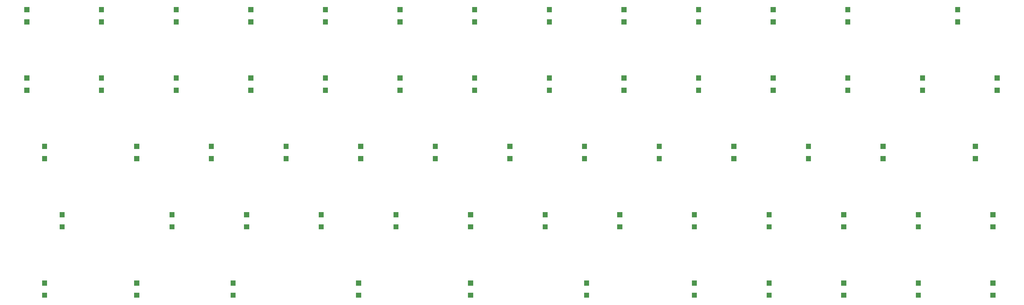
<source format=gbp>
G04 Layer: BottomPasteMaskLayer*
G04 EasyEDA v6.5.1, 2022-07-13 07:01:50*
G04 5ba7d446201f4704a459628eea357821,d603b60474844c32a05bd641800ef4e1,10*
G04 Gerber Generator version 0.2*
G04 Scale: 100 percent, Rotated: No, Reflected: No *
G04 Dimensions in millimeters *
G04 leading zeros omitted , absolute positions ,4 integer and 5 decimal *
%FSLAX45Y45*%
%MOMM*%

%ADD10C,0.0001*%

%LPD*%
G36*
X20639006Y8569426D02*
G01*
X20639006Y8444428D01*
X20761007Y8444428D01*
X20761007Y8569426D01*
G37*
G36*
X20639006Y8275426D02*
G01*
X20639006Y8150428D01*
X20761007Y8150428D01*
X20761007Y8275426D01*
G37*
G36*
X4438886Y8569426D02*
G01*
X4438886Y8444428D01*
X4560887Y8444428D01*
X4560887Y8569426D01*
G37*
G36*
X4438886Y8275426D02*
G01*
X4438886Y8150428D01*
X4560887Y8150428D01*
X4560887Y8275426D01*
G37*
G36*
X6238984Y8569426D02*
G01*
X6238984Y8444428D01*
X6360985Y8444428D01*
X6360985Y8569426D01*
G37*
G36*
X6238984Y8275426D02*
G01*
X6238984Y8150428D01*
X6360985Y8150428D01*
X6360985Y8275426D01*
G37*
G36*
X8039082Y8569426D02*
G01*
X8039082Y8444428D01*
X8161083Y8444428D01*
X8161083Y8569426D01*
G37*
G36*
X8039082Y8275426D02*
G01*
X8039082Y8150428D01*
X8161083Y8150428D01*
X8161083Y8275426D01*
G37*
G36*
X9838926Y8569426D02*
G01*
X9838926Y8444428D01*
X9960927Y8444428D01*
X9960927Y8569426D01*
G37*
G36*
X9838926Y8275426D02*
G01*
X9838926Y8150428D01*
X9960927Y8150428D01*
X9960927Y8275426D01*
G37*
G36*
X11639024Y8569426D02*
G01*
X11639024Y8444428D01*
X11761025Y8444428D01*
X11761025Y8569426D01*
G37*
G36*
X11639024Y8275426D02*
G01*
X11639024Y8150428D01*
X11761025Y8150428D01*
X11761025Y8275426D01*
G37*
G36*
X13439122Y8569426D02*
G01*
X13439122Y8444428D01*
X13561123Y8444428D01*
X13561123Y8569426D01*
G37*
G36*
X13439122Y8275426D02*
G01*
X13439122Y8150428D01*
X13561123Y8150428D01*
X13561123Y8275426D01*
G37*
G36*
X15238966Y8569426D02*
G01*
X15238966Y8444428D01*
X15360967Y8444428D01*
X15360967Y8569426D01*
G37*
G36*
X15238966Y8275426D02*
G01*
X15238966Y8150428D01*
X15360967Y8150428D01*
X15360967Y8275426D01*
G37*
G36*
X17039064Y8569426D02*
G01*
X17039064Y8444428D01*
X17161065Y8444428D01*
X17161065Y8569426D01*
G37*
G36*
X17039064Y8275426D02*
G01*
X17039064Y8150428D01*
X17161065Y8150428D01*
X17161065Y8275426D01*
G37*
G36*
X18838908Y8569426D02*
G01*
X18838908Y8444428D01*
X18960909Y8444428D01*
X18960909Y8569426D01*
G37*
G36*
X18838908Y8275426D02*
G01*
X18838908Y8150428D01*
X18960909Y8150428D01*
X18960909Y8275426D01*
G37*
G36*
X23288988Y5269458D02*
G01*
X23288988Y5144460D01*
X23410989Y5144460D01*
X23410989Y5269458D01*
G37*
G36*
X23288988Y4975458D02*
G01*
X23288988Y4850460D01*
X23410989Y4850460D01*
X23410989Y4975458D01*
G37*
G36*
X18739086Y3619474D02*
G01*
X18739086Y3494476D01*
X18861087Y3494476D01*
X18861087Y3619474D01*
G37*
G36*
X18739086Y3325474D02*
G01*
X18739086Y3200476D01*
X18861087Y3200476D01*
X18861087Y3325474D01*
G37*
G36*
X22439104Y8569426D02*
G01*
X22439104Y8444428D01*
X22561105Y8444428D01*
X22561105Y8569426D01*
G37*
G36*
X22439104Y8275426D02*
G01*
X22439104Y8150428D01*
X22561105Y8150428D01*
X22561105Y8275426D01*
G37*
G36*
X20538930Y3619474D02*
G01*
X20538930Y3494476D01*
X20660931Y3494476D01*
X20660931Y3619474D01*
G37*
G36*
X20538930Y3325474D02*
G01*
X20538930Y3200476D01*
X20660931Y3200476D01*
X20660931Y3325474D01*
G37*
G36*
X22339028Y3619474D02*
G01*
X22339028Y3494476D01*
X22461029Y3494476D01*
X22461029Y3619474D01*
G37*
G36*
X22339028Y3325474D02*
G01*
X22339028Y3200476D01*
X22461029Y3200476D01*
X22461029Y3325474D01*
G37*
G36*
X21488890Y5269458D02*
G01*
X21488890Y5144460D01*
X21610891Y5144460D01*
X21610891Y5269458D01*
G37*
G36*
X21488890Y4975458D02*
G01*
X21488890Y4850460D01*
X21610891Y4850460D01*
X21610891Y4975458D01*
G37*
G36*
X5289024Y5269458D02*
G01*
X5289024Y5144460D01*
X5411025Y5144460D01*
X5411025Y5269458D01*
G37*
G36*
X5289024Y4975458D02*
G01*
X5289024Y4850460D01*
X5411025Y4850460D01*
X5411025Y4975458D01*
G37*
G36*
X7613886Y1969490D02*
G01*
X7613886Y1844492D01*
X7735887Y1844492D01*
X7735887Y1969490D01*
G37*
G36*
X7613886Y1675490D02*
G01*
X7613886Y1550492D01*
X7735887Y1550492D01*
X7735887Y1675490D01*
G37*
G36*
X18739086Y1969490D02*
G01*
X18739086Y1844492D01*
X18861087Y1844492D01*
X18861087Y1969490D01*
G37*
G36*
X18739086Y1675490D02*
G01*
X18739086Y1550492D01*
X18861087Y1550492D01*
X18861087Y1675490D01*
G37*
G36*
X13339046Y3619474D02*
G01*
X13339046Y3494476D01*
X13461047Y3494476D01*
X13461047Y3619474D01*
G37*
G36*
X13339046Y3325474D02*
G01*
X13339046Y3200476D01*
X13461047Y3200476D01*
X13461047Y3325474D01*
G37*
G36*
X25089086Y8569426D02*
G01*
X25089086Y8444428D01*
X25211087Y8444428D01*
X25211087Y8569426D01*
G37*
G36*
X25089086Y8275426D02*
G01*
X25089086Y8150428D01*
X25211087Y8150428D01*
X25211087Y8275426D01*
G37*
G36*
X9739104Y3619474D02*
G01*
X9739104Y3494476D01*
X9861105Y3494476D01*
X9861105Y3619474D01*
G37*
G36*
X9739104Y3325474D02*
G01*
X9739104Y3200476D01*
X9861105Y3200476D01*
X9861105Y3325474D01*
G37*
G36*
X3063984Y5269458D02*
G01*
X3063984Y5144460D01*
X3185985Y5144460D01*
X3185985Y5269458D01*
G37*
G36*
X3063984Y4975458D02*
G01*
X3063984Y4850460D01*
X3185985Y4850460D01*
X3185985Y4975458D01*
G37*
G36*
X3063984Y1969490D02*
G01*
X3063984Y1844492D01*
X3185985Y1844492D01*
X3185985Y1969490D01*
G37*
G36*
X3063984Y1675490D02*
G01*
X3063984Y1550492D01*
X3185985Y1550492D01*
X3185985Y1675490D01*
G37*
G36*
X20538930Y1969490D02*
G01*
X20538930Y1844492D01*
X20660931Y1844492D01*
X20660931Y1969490D01*
G37*
G36*
X20538930Y1675490D02*
G01*
X20538930Y1550492D01*
X20660931Y1550492D01*
X20660931Y1675490D01*
G37*
G36*
X8888966Y5269458D02*
G01*
X8888966Y5144460D01*
X9010967Y5144460D01*
X9010967Y5269458D01*
G37*
G36*
X8888966Y4975458D02*
G01*
X8888966Y4850460D01*
X9010967Y4850460D01*
X9010967Y4975458D01*
G37*
G36*
X24139126Y1969490D02*
G01*
X24139126Y1844492D01*
X24261127Y1844492D01*
X24261127Y1969490D01*
G37*
G36*
X24139126Y1675490D02*
G01*
X24139126Y1550492D01*
X24261127Y1550492D01*
X24261127Y1675490D01*
G37*
G36*
X8039082Y6919442D02*
G01*
X8039082Y6794444D01*
X8161083Y6794444D01*
X8161083Y6919442D01*
G37*
G36*
X8039082Y6625442D02*
G01*
X8039082Y6500444D01*
X8161083Y6500444D01*
X8161083Y6625442D01*
G37*
G36*
X25514028Y5269458D02*
G01*
X25514028Y5144460D01*
X25636029Y5144460D01*
X25636029Y5269458D01*
G37*
G36*
X25514028Y4975458D02*
G01*
X25514028Y4850460D01*
X25636029Y4850460D01*
X25636029Y4975458D01*
G37*
G36*
X2639042Y8569426D02*
G01*
X2639042Y8444428D01*
X2761043Y8444428D01*
X2761043Y8569426D01*
G37*
G36*
X2639042Y8275426D02*
G01*
X2639042Y8150428D01*
X2761043Y8150428D01*
X2761043Y8275426D01*
G37*
G36*
X10689064Y5269458D02*
G01*
X10689064Y5144460D01*
X10811065Y5144460D01*
X10811065Y5269458D01*
G37*
G36*
X10689064Y4975458D02*
G01*
X10689064Y4850460D01*
X10811065Y4850460D01*
X10811065Y4975458D01*
G37*
G36*
X13339046Y1969490D02*
G01*
X13339046Y1844492D01*
X13461047Y1844492D01*
X13461047Y1969490D01*
G37*
G36*
X13339046Y1675490D02*
G01*
X13339046Y1550492D01*
X13461047Y1550492D01*
X13461047Y1675490D01*
G37*
G36*
X12488908Y5269458D02*
G01*
X12488908Y5144460D01*
X12610909Y5144460D01*
X12610909Y5269458D01*
G37*
G36*
X12488908Y4975458D02*
G01*
X12488908Y4850460D01*
X12610909Y4850460D01*
X12610909Y4975458D01*
G37*
G36*
X14289006Y5269458D02*
G01*
X14289006Y5144460D01*
X14411007Y5144460D01*
X14411007Y5269458D01*
G37*
G36*
X14289006Y4975458D02*
G01*
X14289006Y4850460D01*
X14411007Y4850460D01*
X14411007Y4975458D01*
G37*
G36*
X17039064Y6919442D02*
G01*
X17039064Y6794444D01*
X17161065Y6794444D01*
X17161065Y6919442D01*
G37*
G36*
X17039064Y6625442D02*
G01*
X17039064Y6500444D01*
X17161065Y6500444D01*
X17161065Y6625442D01*
G37*
G36*
X16089104Y5269458D02*
G01*
X16089104Y5144460D01*
X16211105Y5144460D01*
X16211105Y5269458D01*
G37*
G36*
X16089104Y4975458D02*
G01*
X16089104Y4850460D01*
X16211105Y4850460D01*
X16211105Y4975458D01*
G37*
G36*
X17888948Y5269458D02*
G01*
X17888948Y5144460D01*
X18010949Y5144460D01*
X18010949Y5269458D01*
G37*
G36*
X17888948Y4975458D02*
G01*
X17888948Y4850460D01*
X18010949Y4850460D01*
X18010949Y4975458D01*
G37*
G36*
X19689046Y5269458D02*
G01*
X19689046Y5144460D01*
X19811047Y5144460D01*
X19811047Y5269458D01*
G37*
G36*
X19689046Y4975458D02*
G01*
X19689046Y4850460D01*
X19811047Y4850460D01*
X19811047Y4975458D01*
G37*
G36*
X22339028Y1969490D02*
G01*
X22339028Y1844492D01*
X22461029Y1844492D01*
X22461029Y1969490D01*
G37*
G36*
X22339028Y1675490D02*
G01*
X22339028Y1550492D01*
X22461029Y1550492D01*
X22461029Y1675490D01*
G37*
G36*
X16938988Y3619474D02*
G01*
X16938988Y3494476D01*
X17060989Y3494476D01*
X17060989Y3619474D01*
G37*
G36*
X16938988Y3325474D02*
G01*
X16938988Y3200476D01*
X17060989Y3200476D01*
X17060989Y3325474D01*
G37*
G36*
X15138890Y3619474D02*
G01*
X15138890Y3494476D01*
X15260891Y3494476D01*
X15260891Y3619474D01*
G37*
G36*
X15138890Y3325474D02*
G01*
X15138890Y3200476D01*
X15260891Y3200476D01*
X15260891Y3325474D01*
G37*
G36*
X18838908Y6919442D02*
G01*
X18838908Y6794444D01*
X18960909Y6794444D01*
X18960909Y6919442D01*
G37*
G36*
X18838908Y6625442D02*
G01*
X18838908Y6500444D01*
X18960909Y6500444D01*
X18960909Y6625442D01*
G37*
G36*
X20639006Y6919442D02*
G01*
X20639006Y6794444D01*
X20761007Y6794444D01*
X20761007Y6919442D01*
G37*
G36*
X20639006Y6625442D02*
G01*
X20639006Y6500444D01*
X20761007Y6500444D01*
X20761007Y6625442D01*
G37*
G36*
X4438886Y6919442D02*
G01*
X4438886Y6794444D01*
X4560887Y6794444D01*
X4560887Y6919442D01*
G37*
G36*
X4438886Y6625442D02*
G01*
X4438886Y6500444D01*
X4560887Y6500444D01*
X4560887Y6625442D01*
G37*
G36*
X9838926Y6919442D02*
G01*
X9838926Y6794444D01*
X9960927Y6794444D01*
X9960927Y6919442D01*
G37*
G36*
X9838926Y6625442D02*
G01*
X9838926Y6500444D01*
X9960927Y6500444D01*
X9960927Y6625442D01*
G37*
G36*
X25938970Y1969490D02*
G01*
X25938970Y1844492D01*
X26060971Y1844492D01*
X26060971Y1969490D01*
G37*
G36*
X25938970Y1675490D02*
G01*
X25938970Y1550492D01*
X26060971Y1550492D01*
X26060971Y1675490D01*
G37*
G36*
X7089122Y5269458D02*
G01*
X7089122Y5144460D01*
X7211123Y5144460D01*
X7211123Y5269458D01*
G37*
G36*
X7089122Y4975458D02*
G01*
X7089122Y4850460D01*
X7211123Y4850460D01*
X7211123Y4975458D01*
G37*
G36*
X3488926Y3619474D02*
G01*
X3488926Y3494476D01*
X3610927Y3494476D01*
X3610927Y3619474D01*
G37*
G36*
X3488926Y3325474D02*
G01*
X3488926Y3200476D01*
X3610927Y3200476D01*
X3610927Y3325474D01*
G37*
G36*
X25938970Y3619474D02*
G01*
X25938970Y3494476D01*
X26060971Y3494476D01*
X26060971Y3619474D01*
G37*
G36*
X25938970Y3325474D02*
G01*
X25938970Y3200476D01*
X26060971Y3200476D01*
X26060971Y3325474D01*
G37*
G36*
X10639026Y1969490D02*
G01*
X10639026Y1844492D01*
X10761027Y1844492D01*
X10761027Y1969490D01*
G37*
G36*
X10639026Y1675490D02*
G01*
X10639026Y1550492D01*
X10761027Y1550492D01*
X10761027Y1675490D01*
G37*
G36*
X16138888Y1969490D02*
G01*
X16138888Y1844492D01*
X16260889Y1844492D01*
X16260889Y1969490D01*
G37*
G36*
X16138888Y1675490D02*
G01*
X16138888Y1550492D01*
X16260889Y1550492D01*
X16260889Y1675490D01*
G37*
G36*
X11639024Y6919442D02*
G01*
X11639024Y6794444D01*
X11761025Y6794444D01*
X11761025Y6919442D01*
G37*
G36*
X11639024Y6625442D02*
G01*
X11639024Y6500444D01*
X11761025Y6500444D01*
X11761025Y6625442D01*
G37*
G36*
X2639042Y6919442D02*
G01*
X2639042Y6794444D01*
X2761043Y6794444D01*
X2761043Y6919442D01*
G37*
G36*
X2639042Y6625442D02*
G01*
X2639042Y6500444D01*
X2761043Y6500444D01*
X2761043Y6625442D01*
G37*
G36*
X15238966Y6919442D02*
G01*
X15238966Y6794444D01*
X15360967Y6794444D01*
X15360967Y6919442D01*
G37*
G36*
X15238966Y6625442D02*
G01*
X15238966Y6500444D01*
X15360967Y6500444D01*
X15360967Y6625442D01*
G37*
G36*
X24139126Y3619474D02*
G01*
X24139126Y3494476D01*
X24261127Y3494476D01*
X24261127Y3619474D01*
G37*
G36*
X24139126Y3325474D02*
G01*
X24139126Y3200476D01*
X24261127Y3200476D01*
X24261127Y3325474D01*
G37*
G36*
X11538948Y3619474D02*
G01*
X11538948Y3494476D01*
X11660949Y3494476D01*
X11660949Y3619474D01*
G37*
G36*
X11538948Y3325474D02*
G01*
X11538948Y3200476D01*
X11660949Y3200476D01*
X11660949Y3325474D01*
G37*
G36*
X6238984Y6919442D02*
G01*
X6238984Y6794444D01*
X6360985Y6794444D01*
X6360985Y6919442D01*
G37*
G36*
X6238984Y6625442D02*
G01*
X6238984Y6500444D01*
X6360985Y6500444D01*
X6360985Y6625442D01*
G37*
G36*
X5289024Y1969490D02*
G01*
X5289024Y1844492D01*
X5411025Y1844492D01*
X5411025Y1969490D01*
G37*
G36*
X5289024Y1675490D02*
G01*
X5289024Y1550492D01*
X5411025Y1550492D01*
X5411025Y1675490D01*
G37*
G36*
X7939006Y3619474D02*
G01*
X7939006Y3494476D01*
X8061007Y3494476D01*
X8061007Y3619474D01*
G37*
G36*
X7939006Y3325474D02*
G01*
X7939006Y3200476D01*
X8061007Y3200476D01*
X8061007Y3325474D01*
G37*
G36*
X6138908Y3619474D02*
G01*
X6138908Y3494476D01*
X6260909Y3494476D01*
X6260909Y3619474D01*
G37*
G36*
X6138908Y3325474D02*
G01*
X6138908Y3200476D01*
X6260909Y3200476D01*
X6260909Y3325474D01*
G37*
G36*
X13439122Y6919442D02*
G01*
X13439122Y6794444D01*
X13561123Y6794444D01*
X13561123Y6919442D01*
G37*
G36*
X13439122Y6625442D02*
G01*
X13439122Y6500444D01*
X13561123Y6500444D01*
X13561123Y6625442D01*
G37*
G36*
X26039046Y6919442D02*
G01*
X26039046Y6794444D01*
X26161047Y6794444D01*
X26161047Y6919442D01*
G37*
G36*
X26039046Y6625442D02*
G01*
X26039046Y6500444D01*
X26161047Y6500444D01*
X26161047Y6625442D01*
G37*
G36*
X22439104Y6919442D02*
G01*
X22439104Y6794444D01*
X22561105Y6794444D01*
X22561105Y6919442D01*
G37*
G36*
X22439104Y6625442D02*
G01*
X22439104Y6500444D01*
X22561105Y6500444D01*
X22561105Y6625442D01*
G37*
G36*
X24238948Y6919442D02*
G01*
X24238948Y6794444D01*
X24360949Y6794444D01*
X24360949Y6919442D01*
G37*
G36*
X24238948Y6625442D02*
G01*
X24238948Y6500444D01*
X24360949Y6500444D01*
X24360949Y6625442D01*
G37*
M02*

</source>
